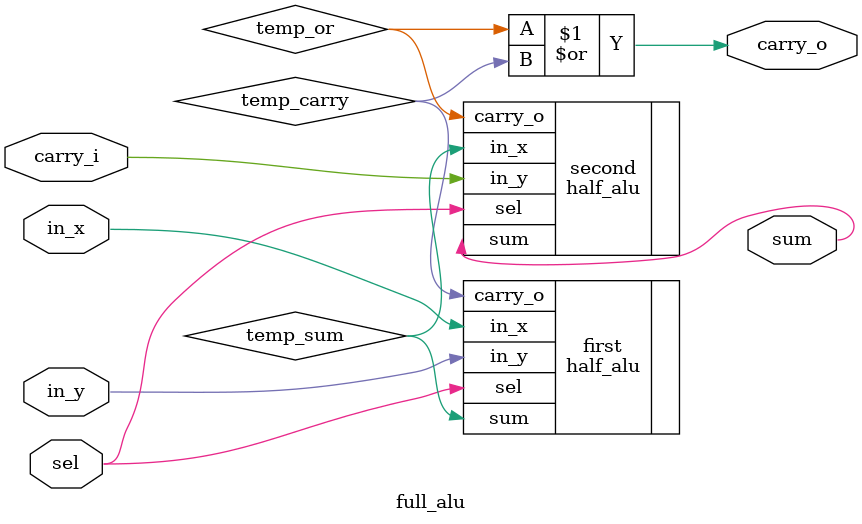
<source format=v>
module full_alu(in_x, in_y, sel, carry_i, sum, carry_o);
	//input
	
	input in_x;
	input in_y;
	input carry_i;
	input sel;
	
	//output
	
	output sum;
	output carry_o;
	
	//Port Data types
	wire sel;
	wire in_x;
	wire in_y;
	wire carry_i;
	wire sum ;
	wire carry_o;
	// Internal variables
	
	wire temp_sum;
	wire temp_carry;
	wire temp_or;
	assign carry_o = temp_or | temp_carry;
	//code
	half_alu first (.in_x    (in_x),
					  .in_y    (in_y),
					  .sel      (sel),
					  .sum     (temp_sum),
					  .carry_o (temp_carry)
					  );
					  
	half_alu second (.in_x    (temp_sum),
					  .in_y    (carry_i),
					  .sel      (sel),
					  .sum     (sum),
					  .carry_o (temp_or)
					  );
	
	
	
endmodule 
</source>
